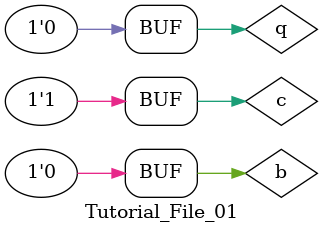
<source format=v>
module Tutorial_File_01;

reg b, c, q;

initial
	begin
		b <= 0;
		b <= #10 1;
		b <= #20 0;
	end

always @ (b or c)
	begin
		q <= #1 b ^ c;
		q <= #3 0;
	end

initial
	begin
		c <= 0;
		c <= #15 1;
	end

endmodule
</source>
